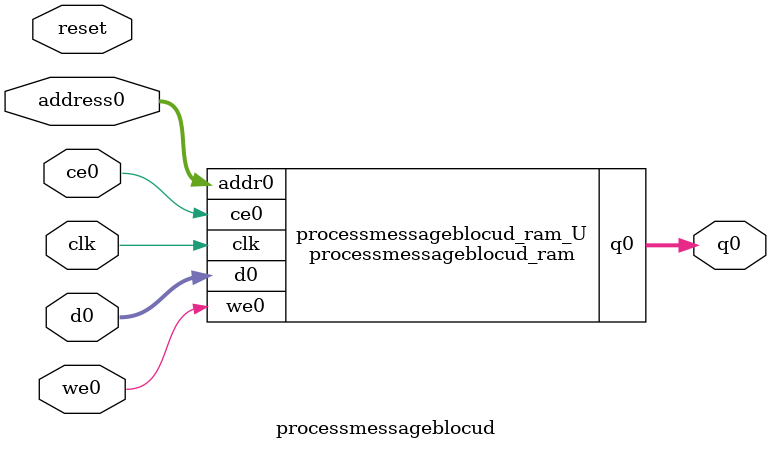
<source format=v>
`timescale 1 ns / 1 ps
module processmessageblocud_ram (addr0, ce0, d0, we0, q0,  clk);

parameter DWIDTH = 32;
parameter AWIDTH = 6;
parameter MEM_SIZE = 64;

input[AWIDTH-1:0] addr0;
input ce0;
input[DWIDTH-1:0] d0;
input we0;
output reg[DWIDTH-1:0] q0;
input clk;

(* ram_style = "block" *)reg [DWIDTH-1:0] ram[0:MEM_SIZE-1];




always @(posedge clk)  
begin 
    if (ce0) 
    begin
        if (we0) 
        begin 
            ram[addr0] <= d0; 
        end 
        q0 <= ram[addr0];
    end
end


endmodule

`timescale 1 ns / 1 ps
module processmessageblocud(
    reset,
    clk,
    address0,
    ce0,
    we0,
    d0,
    q0);

parameter DataWidth = 32'd32;
parameter AddressRange = 32'd64;
parameter AddressWidth = 32'd6;
input reset;
input clk;
input[AddressWidth - 1:0] address0;
input ce0;
input we0;
input[DataWidth - 1:0] d0;
output[DataWidth - 1:0] q0;



processmessageblocud_ram processmessageblocud_ram_U(
    .clk( clk ),
    .addr0( address0 ),
    .ce0( ce0 ),
    .we0( we0 ),
    .d0( d0 ),
    .q0( q0 ));

endmodule


</source>
